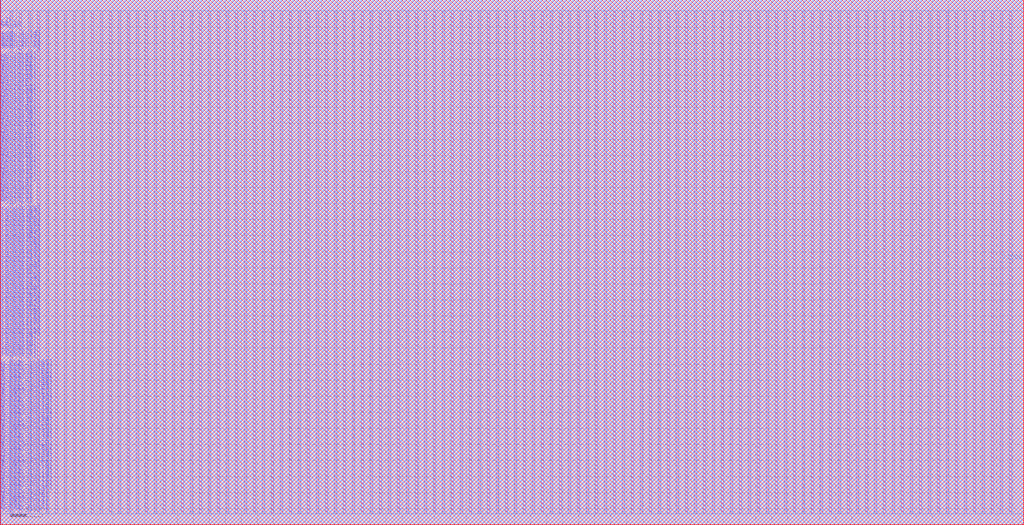
<source format=lef>
VERSION 5.7 ;
BUSBITCHARS "[]" ;
MACRO fakeram65_128x66
  FOREIGN fakeram65_128x66 0 0 ;
  SYMMETRY X Y R90 ;
  SIZE 127.400 BY 65.400 ;
  CLASS BLOCK ;
  PIN w_mask_in[0]
    DIRECTION INPUT ;
    USE SIGNAL ;
    SHAPE ABUTMENT ;
    PORT
      LAYER M3 ;
      RECT 0.000 1.365 0.070 1.435 ;
    END
  END w_mask_in[0]
  PIN w_mask_in[1]
    DIRECTION INPUT ;
    USE SIGNAL ;
    SHAPE ABUTMENT ;
    PORT
      LAYER M3 ;
      RECT 0.000 1.645 0.070 1.715 ;
    END
  END w_mask_in[1]
  PIN w_mask_in[2]
    DIRECTION INPUT ;
    USE SIGNAL ;
    SHAPE ABUTMENT ;
    PORT
      LAYER M3 ;
      RECT 0.000 1.925 0.070 1.995 ;
    END
  END w_mask_in[2]
  PIN w_mask_in[3]
    DIRECTION INPUT ;
    USE SIGNAL ;
    SHAPE ABUTMENT ;
    PORT
      LAYER M3 ;
      RECT 0.000 2.205 0.070 2.275 ;
    END
  END w_mask_in[3]
  PIN w_mask_in[4]
    DIRECTION INPUT ;
    USE SIGNAL ;
    SHAPE ABUTMENT ;
    PORT
      LAYER M3 ;
      RECT 0.000 2.485 0.070 2.555 ;
    END
  END w_mask_in[4]
  PIN w_mask_in[5]
    DIRECTION INPUT ;
    USE SIGNAL ;
    SHAPE ABUTMENT ;
    PORT
      LAYER M3 ;
      RECT 0.000 2.765 0.070 2.835 ;
    END
  END w_mask_in[5]
  PIN w_mask_in[6]
    DIRECTION INPUT ;
    USE SIGNAL ;
    SHAPE ABUTMENT ;
    PORT
      LAYER M3 ;
      RECT 0.000 3.045 0.070 3.115 ;
    END
  END w_mask_in[6]
  PIN w_mask_in[7]
    DIRECTION INPUT ;
    USE SIGNAL ;
    SHAPE ABUTMENT ;
    PORT
      LAYER M3 ;
      RECT 0.000 3.325 0.070 3.395 ;
    END
  END w_mask_in[7]
  PIN w_mask_in[8]
    DIRECTION INPUT ;
    USE SIGNAL ;
    SHAPE ABUTMENT ;
    PORT
      LAYER M3 ;
      RECT 0.000 3.605 0.070 3.675 ;
    END
  END w_mask_in[8]
  PIN w_mask_in[9]
    DIRECTION INPUT ;
    USE SIGNAL ;
    SHAPE ABUTMENT ;
    PORT
      LAYER M3 ;
      RECT 0.000 3.885 0.070 3.955 ;
    END
  END w_mask_in[9]
  PIN w_mask_in[10]
    DIRECTION INPUT ;
    USE SIGNAL ;
    SHAPE ABUTMENT ;
    PORT
      LAYER M3 ;
      RECT 0.000 4.165 0.070 4.235 ;
    END
  END w_mask_in[10]
  PIN w_mask_in[11]
    DIRECTION INPUT ;
    USE SIGNAL ;
    SHAPE ABUTMENT ;
    PORT
      LAYER M3 ;
      RECT 0.000 4.445 0.070 4.515 ;
    END
  END w_mask_in[11]
  PIN w_mask_in[12]
    DIRECTION INPUT ;
    USE SIGNAL ;
    SHAPE ABUTMENT ;
    PORT
      LAYER M3 ;
      RECT 0.000 4.725 0.070 4.795 ;
    END
  END w_mask_in[12]
  PIN w_mask_in[13]
    DIRECTION INPUT ;
    USE SIGNAL ;
    SHAPE ABUTMENT ;
    PORT
      LAYER M3 ;
      RECT 0.000 5.005 0.070 5.075 ;
    END
  END w_mask_in[13]
  PIN w_mask_in[14]
    DIRECTION INPUT ;
    USE SIGNAL ;
    SHAPE ABUTMENT ;
    PORT
      LAYER M3 ;
      RECT 0.000 5.285 0.070 5.355 ;
    END
  END w_mask_in[14]
  PIN w_mask_in[15]
    DIRECTION INPUT ;
    USE SIGNAL ;
    SHAPE ABUTMENT ;
    PORT
      LAYER M3 ;
      RECT 0.000 5.565 0.070 5.635 ;
    END
  END w_mask_in[15]
  PIN w_mask_in[16]
    DIRECTION INPUT ;
    USE SIGNAL ;
    SHAPE ABUTMENT ;
    PORT
      LAYER M3 ;
      RECT 0.000 5.845 0.070 5.915 ;
    END
  END w_mask_in[16]
  PIN w_mask_in[17]
    DIRECTION INPUT ;
    USE SIGNAL ;
    SHAPE ABUTMENT ;
    PORT
      LAYER M3 ;
      RECT 0.000 6.125 0.070 6.195 ;
    END
  END w_mask_in[17]
  PIN w_mask_in[18]
    DIRECTION INPUT ;
    USE SIGNAL ;
    SHAPE ABUTMENT ;
    PORT
      LAYER M3 ;
      RECT 0.000 6.405 0.070 6.475 ;
    END
  END w_mask_in[18]
  PIN w_mask_in[19]
    DIRECTION INPUT ;
    USE SIGNAL ;
    SHAPE ABUTMENT ;
    PORT
      LAYER M3 ;
      RECT 0.000 6.685 0.070 6.755 ;
    END
  END w_mask_in[19]
  PIN w_mask_in[20]
    DIRECTION INPUT ;
    USE SIGNAL ;
    SHAPE ABUTMENT ;
    PORT
      LAYER M3 ;
      RECT 0.000 6.965 0.070 7.035 ;
    END
  END w_mask_in[20]
  PIN w_mask_in[21]
    DIRECTION INPUT ;
    USE SIGNAL ;
    SHAPE ABUTMENT ;
    PORT
      LAYER M3 ;
      RECT 0.000 7.245 0.070 7.315 ;
    END
  END w_mask_in[21]
  PIN w_mask_in[22]
    DIRECTION INPUT ;
    USE SIGNAL ;
    SHAPE ABUTMENT ;
    PORT
      LAYER M3 ;
      RECT 0.000 7.525 0.070 7.595 ;
    END
  END w_mask_in[22]
  PIN w_mask_in[23]
    DIRECTION INPUT ;
    USE SIGNAL ;
    SHAPE ABUTMENT ;
    PORT
      LAYER M3 ;
      RECT 0.000 7.805 0.070 7.875 ;
    END
  END w_mask_in[23]
  PIN w_mask_in[24]
    DIRECTION INPUT ;
    USE SIGNAL ;
    SHAPE ABUTMENT ;
    PORT
      LAYER M3 ;
      RECT 0.000 8.085 0.070 8.155 ;
    END
  END w_mask_in[24]
  PIN w_mask_in[25]
    DIRECTION INPUT ;
    USE SIGNAL ;
    SHAPE ABUTMENT ;
    PORT
      LAYER M3 ;
      RECT 0.000 8.365 0.070 8.435 ;
    END
  END w_mask_in[25]
  PIN w_mask_in[26]
    DIRECTION INPUT ;
    USE SIGNAL ;
    SHAPE ABUTMENT ;
    PORT
      LAYER M3 ;
      RECT 0.000 8.645 0.070 8.715 ;
    END
  END w_mask_in[26]
  PIN w_mask_in[27]
    DIRECTION INPUT ;
    USE SIGNAL ;
    SHAPE ABUTMENT ;
    PORT
      LAYER M3 ;
      RECT 0.000 8.925 0.070 8.995 ;
    END
  END w_mask_in[27]
  PIN w_mask_in[28]
    DIRECTION INPUT ;
    USE SIGNAL ;
    SHAPE ABUTMENT ;
    PORT
      LAYER M3 ;
      RECT 0.000 9.205 0.070 9.275 ;
    END
  END w_mask_in[28]
  PIN w_mask_in[29]
    DIRECTION INPUT ;
    USE SIGNAL ;
    SHAPE ABUTMENT ;
    PORT
      LAYER M3 ;
      RECT 0.000 9.485 0.070 9.555 ;
    END
  END w_mask_in[29]
  PIN w_mask_in[30]
    DIRECTION INPUT ;
    USE SIGNAL ;
    SHAPE ABUTMENT ;
    PORT
      LAYER M3 ;
      RECT 0.000 9.765 0.070 9.835 ;
    END
  END w_mask_in[30]
  PIN w_mask_in[31]
    DIRECTION INPUT ;
    USE SIGNAL ;
    SHAPE ABUTMENT ;
    PORT
      LAYER M3 ;
      RECT 0.000 10.045 0.070 10.115 ;
    END
  END w_mask_in[31]
  PIN w_mask_in[32]
    DIRECTION INPUT ;
    USE SIGNAL ;
    SHAPE ABUTMENT ;
    PORT
      LAYER M3 ;
      RECT 0.000 10.325 0.070 10.395 ;
    END
  END w_mask_in[32]
  PIN w_mask_in[33]
    DIRECTION INPUT ;
    USE SIGNAL ;
    SHAPE ABUTMENT ;
    PORT
      LAYER M3 ;
      RECT 0.000 10.605 0.070 10.675 ;
    END
  END w_mask_in[33]
  PIN w_mask_in[34]
    DIRECTION INPUT ;
    USE SIGNAL ;
    SHAPE ABUTMENT ;
    PORT
      LAYER M3 ;
      RECT 0.000 10.885 0.070 10.955 ;
    END
  END w_mask_in[34]
  PIN w_mask_in[35]
    DIRECTION INPUT ;
    USE SIGNAL ;
    SHAPE ABUTMENT ;
    PORT
      LAYER M3 ;
      RECT 0.000 11.165 0.070 11.235 ;
    END
  END w_mask_in[35]
  PIN w_mask_in[36]
    DIRECTION INPUT ;
    USE SIGNAL ;
    SHAPE ABUTMENT ;
    PORT
      LAYER M3 ;
      RECT 0.000 11.445 0.070 11.515 ;
    END
  END w_mask_in[36]
  PIN w_mask_in[37]
    DIRECTION INPUT ;
    USE SIGNAL ;
    SHAPE ABUTMENT ;
    PORT
      LAYER M3 ;
      RECT 0.000 11.725 0.070 11.795 ;
    END
  END w_mask_in[37]
  PIN w_mask_in[38]
    DIRECTION INPUT ;
    USE SIGNAL ;
    SHAPE ABUTMENT ;
    PORT
      LAYER M3 ;
      RECT 0.000 12.005 0.070 12.075 ;
    END
  END w_mask_in[38]
  PIN w_mask_in[39]
    DIRECTION INPUT ;
    USE SIGNAL ;
    SHAPE ABUTMENT ;
    PORT
      LAYER M3 ;
      RECT 0.000 12.285 0.070 12.355 ;
    END
  END w_mask_in[39]
  PIN w_mask_in[40]
    DIRECTION INPUT ;
    USE SIGNAL ;
    SHAPE ABUTMENT ;
    PORT
      LAYER M3 ;
      RECT 0.000 12.565 0.070 12.635 ;
    END
  END w_mask_in[40]
  PIN w_mask_in[41]
    DIRECTION INPUT ;
    USE SIGNAL ;
    SHAPE ABUTMENT ;
    PORT
      LAYER M3 ;
      RECT 0.000 12.845 0.070 12.915 ;
    END
  END w_mask_in[41]
  PIN w_mask_in[42]
    DIRECTION INPUT ;
    USE SIGNAL ;
    SHAPE ABUTMENT ;
    PORT
      LAYER M3 ;
      RECT 0.000 13.125 0.070 13.195 ;
    END
  END w_mask_in[42]
  PIN w_mask_in[43]
    DIRECTION INPUT ;
    USE SIGNAL ;
    SHAPE ABUTMENT ;
    PORT
      LAYER M3 ;
      RECT 0.000 13.405 0.070 13.475 ;
    END
  END w_mask_in[43]
  PIN w_mask_in[44]
    DIRECTION INPUT ;
    USE SIGNAL ;
    SHAPE ABUTMENT ;
    PORT
      LAYER M3 ;
      RECT 0.000 13.685 0.070 13.755 ;
    END
  END w_mask_in[44]
  PIN w_mask_in[45]
    DIRECTION INPUT ;
    USE SIGNAL ;
    SHAPE ABUTMENT ;
    PORT
      LAYER M3 ;
      RECT 0.000 13.965 0.070 14.035 ;
    END
  END w_mask_in[45]
  PIN w_mask_in[46]
    DIRECTION INPUT ;
    USE SIGNAL ;
    SHAPE ABUTMENT ;
    PORT
      LAYER M3 ;
      RECT 0.000 14.245 0.070 14.315 ;
    END
  END w_mask_in[46]
  PIN w_mask_in[47]
    DIRECTION INPUT ;
    USE SIGNAL ;
    SHAPE ABUTMENT ;
    PORT
      LAYER M3 ;
      RECT 0.000 14.525 0.070 14.595 ;
    END
  END w_mask_in[47]
  PIN w_mask_in[48]
    DIRECTION INPUT ;
    USE SIGNAL ;
    SHAPE ABUTMENT ;
    PORT
      LAYER M3 ;
      RECT 0.000 14.805 0.070 14.875 ;
    END
  END w_mask_in[48]
  PIN w_mask_in[49]
    DIRECTION INPUT ;
    USE SIGNAL ;
    SHAPE ABUTMENT ;
    PORT
      LAYER M3 ;
      RECT 0.000 15.085 0.070 15.155 ;
    END
  END w_mask_in[49]
  PIN w_mask_in[50]
    DIRECTION INPUT ;
    USE SIGNAL ;
    SHAPE ABUTMENT ;
    PORT
      LAYER M3 ;
      RECT 0.000 15.365 0.070 15.435 ;
    END
  END w_mask_in[50]
  PIN w_mask_in[51]
    DIRECTION INPUT ;
    USE SIGNAL ;
    SHAPE ABUTMENT ;
    PORT
      LAYER M3 ;
      RECT 0.000 15.645 0.070 15.715 ;
    END
  END w_mask_in[51]
  PIN w_mask_in[52]
    DIRECTION INPUT ;
    USE SIGNAL ;
    SHAPE ABUTMENT ;
    PORT
      LAYER M3 ;
      RECT 0.000 15.925 0.070 15.995 ;
    END
  END w_mask_in[52]
  PIN w_mask_in[53]
    DIRECTION INPUT ;
    USE SIGNAL ;
    SHAPE ABUTMENT ;
    PORT
      LAYER M3 ;
      RECT 0.000 16.205 0.070 16.275 ;
    END
  END w_mask_in[53]
  PIN w_mask_in[54]
    DIRECTION INPUT ;
    USE SIGNAL ;
    SHAPE ABUTMENT ;
    PORT
      LAYER M3 ;
      RECT 0.000 16.485 0.070 16.555 ;
    END
  END w_mask_in[54]
  PIN w_mask_in[55]
    DIRECTION INPUT ;
    USE SIGNAL ;
    SHAPE ABUTMENT ;
    PORT
      LAYER M3 ;
      RECT 0.000 16.765 0.070 16.835 ;
    END
  END w_mask_in[55]
  PIN w_mask_in[56]
    DIRECTION INPUT ;
    USE SIGNAL ;
    SHAPE ABUTMENT ;
    PORT
      LAYER M3 ;
      RECT 0.000 17.045 0.070 17.115 ;
    END
  END w_mask_in[56]
  PIN w_mask_in[57]
    DIRECTION INPUT ;
    USE SIGNAL ;
    SHAPE ABUTMENT ;
    PORT
      LAYER M3 ;
      RECT 0.000 17.325 0.070 17.395 ;
    END
  END w_mask_in[57]
  PIN w_mask_in[58]
    DIRECTION INPUT ;
    USE SIGNAL ;
    SHAPE ABUTMENT ;
    PORT
      LAYER M3 ;
      RECT 0.000 17.605 0.070 17.675 ;
    END
  END w_mask_in[58]
  PIN w_mask_in[59]
    DIRECTION INPUT ;
    USE SIGNAL ;
    SHAPE ABUTMENT ;
    PORT
      LAYER M3 ;
      RECT 0.000 17.885 0.070 17.955 ;
    END
  END w_mask_in[59]
  PIN w_mask_in[60]
    DIRECTION INPUT ;
    USE SIGNAL ;
    SHAPE ABUTMENT ;
    PORT
      LAYER M3 ;
      RECT 0.000 18.165 0.070 18.235 ;
    END
  END w_mask_in[60]
  PIN w_mask_in[61]
    DIRECTION INPUT ;
    USE SIGNAL ;
    SHAPE ABUTMENT ;
    PORT
      LAYER M3 ;
      RECT 0.000 18.445 0.070 18.515 ;
    END
  END w_mask_in[61]
  PIN w_mask_in[62]
    DIRECTION INPUT ;
    USE SIGNAL ;
    SHAPE ABUTMENT ;
    PORT
      LAYER M3 ;
      RECT 0.000 18.725 0.070 18.795 ;
    END
  END w_mask_in[62]
  PIN w_mask_in[63]
    DIRECTION INPUT ;
    USE SIGNAL ;
    SHAPE ABUTMENT ;
    PORT
      LAYER M3 ;
      RECT 0.000 19.005 0.070 19.075 ;
    END
  END w_mask_in[63]
  PIN w_mask_in[64]
    DIRECTION INPUT ;
    USE SIGNAL ;
    SHAPE ABUTMENT ;
    PORT
      LAYER M3 ;
      RECT 0.000 19.285 0.070 19.355 ;
    END
  END w_mask_in[64]
  PIN w_mask_in[65]
    DIRECTION INPUT ;
    USE SIGNAL ;
    SHAPE ABUTMENT ;
    PORT
      LAYER M3 ;
      RECT 0.000 19.565 0.070 19.635 ;
    END
  END w_mask_in[65]
  PIN rd_out[0]
    DIRECTION OUTPUT ;
    USE SIGNAL ;
    SHAPE ABUTMENT ;
    PORT
      LAYER M3 ;
      RECT 0.000 20.545 0.070 20.615 ;
    END
  END rd_out[0]
  PIN rd_out[1]
    DIRECTION OUTPUT ;
    USE SIGNAL ;
    SHAPE ABUTMENT ;
    PORT
      LAYER M3 ;
      RECT 0.000 20.825 0.070 20.895 ;
    END
  END rd_out[1]
  PIN rd_out[2]
    DIRECTION OUTPUT ;
    USE SIGNAL ;
    SHAPE ABUTMENT ;
    PORT
      LAYER M3 ;
      RECT 0.000 21.105 0.070 21.175 ;
    END
  END rd_out[2]
  PIN rd_out[3]
    DIRECTION OUTPUT ;
    USE SIGNAL ;
    SHAPE ABUTMENT ;
    PORT
      LAYER M3 ;
      RECT 0.000 21.385 0.070 21.455 ;
    END
  END rd_out[3]
  PIN rd_out[4]
    DIRECTION OUTPUT ;
    USE SIGNAL ;
    SHAPE ABUTMENT ;
    PORT
      LAYER M3 ;
      RECT 0.000 21.665 0.070 21.735 ;
    END
  END rd_out[4]
  PIN rd_out[5]
    DIRECTION OUTPUT ;
    USE SIGNAL ;
    SHAPE ABUTMENT ;
    PORT
      LAYER M3 ;
      RECT 0.000 21.945 0.070 22.015 ;
    END
  END rd_out[5]
  PIN rd_out[6]
    DIRECTION OUTPUT ;
    USE SIGNAL ;
    SHAPE ABUTMENT ;
    PORT
      LAYER M3 ;
      RECT 0.000 22.225 0.070 22.295 ;
    END
  END rd_out[6]
  PIN rd_out[7]
    DIRECTION OUTPUT ;
    USE SIGNAL ;
    SHAPE ABUTMENT ;
    PORT
      LAYER M3 ;
      RECT 0.000 22.505 0.070 22.575 ;
    END
  END rd_out[7]
  PIN rd_out[8]
    DIRECTION OUTPUT ;
    USE SIGNAL ;
    SHAPE ABUTMENT ;
    PORT
      LAYER M3 ;
      RECT 0.000 22.785 0.070 22.855 ;
    END
  END rd_out[8]
  PIN rd_out[9]
    DIRECTION OUTPUT ;
    USE SIGNAL ;
    SHAPE ABUTMENT ;
    PORT
      LAYER M3 ;
      RECT 0.000 23.065 0.070 23.135 ;
    END
  END rd_out[9]
  PIN rd_out[10]
    DIRECTION OUTPUT ;
    USE SIGNAL ;
    SHAPE ABUTMENT ;
    PORT
      LAYER M3 ;
      RECT 0.000 23.345 0.070 23.415 ;
    END
  END rd_out[10]
  PIN rd_out[11]
    DIRECTION OUTPUT ;
    USE SIGNAL ;
    SHAPE ABUTMENT ;
    PORT
      LAYER M3 ;
      RECT 0.000 23.625 0.070 23.695 ;
    END
  END rd_out[11]
  PIN rd_out[12]
    DIRECTION OUTPUT ;
    USE SIGNAL ;
    SHAPE ABUTMENT ;
    PORT
      LAYER M3 ;
      RECT 0.000 23.905 0.070 23.975 ;
    END
  END rd_out[12]
  PIN rd_out[13]
    DIRECTION OUTPUT ;
    USE SIGNAL ;
    SHAPE ABUTMENT ;
    PORT
      LAYER M3 ;
      RECT 0.000 24.185 0.070 24.255 ;
    END
  END rd_out[13]
  PIN rd_out[14]
    DIRECTION OUTPUT ;
    USE SIGNAL ;
    SHAPE ABUTMENT ;
    PORT
      LAYER M3 ;
      RECT 0.000 24.465 0.070 24.535 ;
    END
  END rd_out[14]
  PIN rd_out[15]
    DIRECTION OUTPUT ;
    USE SIGNAL ;
    SHAPE ABUTMENT ;
    PORT
      LAYER M3 ;
      RECT 0.000 24.745 0.070 24.815 ;
    END
  END rd_out[15]
  PIN rd_out[16]
    DIRECTION OUTPUT ;
    USE SIGNAL ;
    SHAPE ABUTMENT ;
    PORT
      LAYER M3 ;
      RECT 0.000 25.025 0.070 25.095 ;
    END
  END rd_out[16]
  PIN rd_out[17]
    DIRECTION OUTPUT ;
    USE SIGNAL ;
    SHAPE ABUTMENT ;
    PORT
      LAYER M3 ;
      RECT 0.000 25.305 0.070 25.375 ;
    END
  END rd_out[17]
  PIN rd_out[18]
    DIRECTION OUTPUT ;
    USE SIGNAL ;
    SHAPE ABUTMENT ;
    PORT
      LAYER M3 ;
      RECT 0.000 25.585 0.070 25.655 ;
    END
  END rd_out[18]
  PIN rd_out[19]
    DIRECTION OUTPUT ;
    USE SIGNAL ;
    SHAPE ABUTMENT ;
    PORT
      LAYER M3 ;
      RECT 0.000 25.865 0.070 25.935 ;
    END
  END rd_out[19]
  PIN rd_out[20]
    DIRECTION OUTPUT ;
    USE SIGNAL ;
    SHAPE ABUTMENT ;
    PORT
      LAYER M3 ;
      RECT 0.000 26.145 0.070 26.215 ;
    END
  END rd_out[20]
  PIN rd_out[21]
    DIRECTION OUTPUT ;
    USE SIGNAL ;
    SHAPE ABUTMENT ;
    PORT
      LAYER M3 ;
      RECT 0.000 26.425 0.070 26.495 ;
    END
  END rd_out[21]
  PIN rd_out[22]
    DIRECTION OUTPUT ;
    USE SIGNAL ;
    SHAPE ABUTMENT ;
    PORT
      LAYER M3 ;
      RECT 0.000 26.705 0.070 26.775 ;
    END
  END rd_out[22]
  PIN rd_out[23]
    DIRECTION OUTPUT ;
    USE SIGNAL ;
    SHAPE ABUTMENT ;
    PORT
      LAYER M3 ;
      RECT 0.000 26.985 0.070 27.055 ;
    END
  END rd_out[23]
  PIN rd_out[24]
    DIRECTION OUTPUT ;
    USE SIGNAL ;
    SHAPE ABUTMENT ;
    PORT
      LAYER M3 ;
      RECT 0.000 27.265 0.070 27.335 ;
    END
  END rd_out[24]
  PIN rd_out[25]
    DIRECTION OUTPUT ;
    USE SIGNAL ;
    SHAPE ABUTMENT ;
    PORT
      LAYER M3 ;
      RECT 0.000 27.545 0.070 27.615 ;
    END
  END rd_out[25]
  PIN rd_out[26]
    DIRECTION OUTPUT ;
    USE SIGNAL ;
    SHAPE ABUTMENT ;
    PORT
      LAYER M3 ;
      RECT 0.000 27.825 0.070 27.895 ;
    END
  END rd_out[26]
  PIN rd_out[27]
    DIRECTION OUTPUT ;
    USE SIGNAL ;
    SHAPE ABUTMENT ;
    PORT
      LAYER M3 ;
      RECT 0.000 28.105 0.070 28.175 ;
    END
  END rd_out[27]
  PIN rd_out[28]
    DIRECTION OUTPUT ;
    USE SIGNAL ;
    SHAPE ABUTMENT ;
    PORT
      LAYER M3 ;
      RECT 0.000 28.385 0.070 28.455 ;
    END
  END rd_out[28]
  PIN rd_out[29]
    DIRECTION OUTPUT ;
    USE SIGNAL ;
    SHAPE ABUTMENT ;
    PORT
      LAYER M3 ;
      RECT 0.000 28.665 0.070 28.735 ;
    END
  END rd_out[29]
  PIN rd_out[30]
    DIRECTION OUTPUT ;
    USE SIGNAL ;
    SHAPE ABUTMENT ;
    PORT
      LAYER M3 ;
      RECT 0.000 28.945 0.070 29.015 ;
    END
  END rd_out[30]
  PIN rd_out[31]
    DIRECTION OUTPUT ;
    USE SIGNAL ;
    SHAPE ABUTMENT ;
    PORT
      LAYER M3 ;
      RECT 0.000 29.225 0.070 29.295 ;
    END
  END rd_out[31]
  PIN rd_out[32]
    DIRECTION OUTPUT ;
    USE SIGNAL ;
    SHAPE ABUTMENT ;
    PORT
      LAYER M3 ;
      RECT 0.000 29.505 0.070 29.575 ;
    END
  END rd_out[32]
  PIN rd_out[33]
    DIRECTION OUTPUT ;
    USE SIGNAL ;
    SHAPE ABUTMENT ;
    PORT
      LAYER M3 ;
      RECT 0.000 29.785 0.070 29.855 ;
    END
  END rd_out[33]
  PIN rd_out[34]
    DIRECTION OUTPUT ;
    USE SIGNAL ;
    SHAPE ABUTMENT ;
    PORT
      LAYER M3 ;
      RECT 0.000 30.065 0.070 30.135 ;
    END
  END rd_out[34]
  PIN rd_out[35]
    DIRECTION OUTPUT ;
    USE SIGNAL ;
    SHAPE ABUTMENT ;
    PORT
      LAYER M3 ;
      RECT 0.000 30.345 0.070 30.415 ;
    END
  END rd_out[35]
  PIN rd_out[36]
    DIRECTION OUTPUT ;
    USE SIGNAL ;
    SHAPE ABUTMENT ;
    PORT
      LAYER M3 ;
      RECT 0.000 30.625 0.070 30.695 ;
    END
  END rd_out[36]
  PIN rd_out[37]
    DIRECTION OUTPUT ;
    USE SIGNAL ;
    SHAPE ABUTMENT ;
    PORT
      LAYER M3 ;
      RECT 0.000 30.905 0.070 30.975 ;
    END
  END rd_out[37]
  PIN rd_out[38]
    DIRECTION OUTPUT ;
    USE SIGNAL ;
    SHAPE ABUTMENT ;
    PORT
      LAYER M3 ;
      RECT 0.000 31.185 0.070 31.255 ;
    END
  END rd_out[38]
  PIN rd_out[39]
    DIRECTION OUTPUT ;
    USE SIGNAL ;
    SHAPE ABUTMENT ;
    PORT
      LAYER M3 ;
      RECT 0.000 31.465 0.070 31.535 ;
    END
  END rd_out[39]
  PIN rd_out[40]
    DIRECTION OUTPUT ;
    USE SIGNAL ;
    SHAPE ABUTMENT ;
    PORT
      LAYER M3 ;
      RECT 0.000 31.745 0.070 31.815 ;
    END
  END rd_out[40]
  PIN rd_out[41]
    DIRECTION OUTPUT ;
    USE SIGNAL ;
    SHAPE ABUTMENT ;
    PORT
      LAYER M3 ;
      RECT 0.000 32.025 0.070 32.095 ;
    END
  END rd_out[41]
  PIN rd_out[42]
    DIRECTION OUTPUT ;
    USE SIGNAL ;
    SHAPE ABUTMENT ;
    PORT
      LAYER M3 ;
      RECT 0.000 32.305 0.070 32.375 ;
    END
  END rd_out[42]
  PIN rd_out[43]
    DIRECTION OUTPUT ;
    USE SIGNAL ;
    SHAPE ABUTMENT ;
    PORT
      LAYER M3 ;
      RECT 0.000 32.585 0.070 32.655 ;
    END
  END rd_out[43]
  PIN rd_out[44]
    DIRECTION OUTPUT ;
    USE SIGNAL ;
    SHAPE ABUTMENT ;
    PORT
      LAYER M3 ;
      RECT 0.000 32.865 0.070 32.935 ;
    END
  END rd_out[44]
  PIN rd_out[45]
    DIRECTION OUTPUT ;
    USE SIGNAL ;
    SHAPE ABUTMENT ;
    PORT
      LAYER M3 ;
      RECT 0.000 33.145 0.070 33.215 ;
    END
  END rd_out[45]
  PIN rd_out[46]
    DIRECTION OUTPUT ;
    USE SIGNAL ;
    SHAPE ABUTMENT ;
    PORT
      LAYER M3 ;
      RECT 0.000 33.425 0.070 33.495 ;
    END
  END rd_out[46]
  PIN rd_out[47]
    DIRECTION OUTPUT ;
    USE SIGNAL ;
    SHAPE ABUTMENT ;
    PORT
      LAYER M3 ;
      RECT 0.000 33.705 0.070 33.775 ;
    END
  END rd_out[47]
  PIN rd_out[48]
    DIRECTION OUTPUT ;
    USE SIGNAL ;
    SHAPE ABUTMENT ;
    PORT
      LAYER M3 ;
      RECT 0.000 33.985 0.070 34.055 ;
    END
  END rd_out[48]
  PIN rd_out[49]
    DIRECTION OUTPUT ;
    USE SIGNAL ;
    SHAPE ABUTMENT ;
    PORT
      LAYER M3 ;
      RECT 0.000 34.265 0.070 34.335 ;
    END
  END rd_out[49]
  PIN rd_out[50]
    DIRECTION OUTPUT ;
    USE SIGNAL ;
    SHAPE ABUTMENT ;
    PORT
      LAYER M3 ;
      RECT 0.000 34.545 0.070 34.615 ;
    END
  END rd_out[50]
  PIN rd_out[51]
    DIRECTION OUTPUT ;
    USE SIGNAL ;
    SHAPE ABUTMENT ;
    PORT
      LAYER M3 ;
      RECT 0.000 34.825 0.070 34.895 ;
    END
  END rd_out[51]
  PIN rd_out[52]
    DIRECTION OUTPUT ;
    USE SIGNAL ;
    SHAPE ABUTMENT ;
    PORT
      LAYER M3 ;
      RECT 0.000 35.105 0.070 35.175 ;
    END
  END rd_out[52]
  PIN rd_out[53]
    DIRECTION OUTPUT ;
    USE SIGNAL ;
    SHAPE ABUTMENT ;
    PORT
      LAYER M3 ;
      RECT 0.000 35.385 0.070 35.455 ;
    END
  END rd_out[53]
  PIN rd_out[54]
    DIRECTION OUTPUT ;
    USE SIGNAL ;
    SHAPE ABUTMENT ;
    PORT
      LAYER M3 ;
      RECT 0.000 35.665 0.070 35.735 ;
    END
  END rd_out[54]
  PIN rd_out[55]
    DIRECTION OUTPUT ;
    USE SIGNAL ;
    SHAPE ABUTMENT ;
    PORT
      LAYER M3 ;
      RECT 0.000 35.945 0.070 36.015 ;
    END
  END rd_out[55]
  PIN rd_out[56]
    DIRECTION OUTPUT ;
    USE SIGNAL ;
    SHAPE ABUTMENT ;
    PORT
      LAYER M3 ;
      RECT 0.000 36.225 0.070 36.295 ;
    END
  END rd_out[56]
  PIN rd_out[57]
    DIRECTION OUTPUT ;
    USE SIGNAL ;
    SHAPE ABUTMENT ;
    PORT
      LAYER M3 ;
      RECT 0.000 36.505 0.070 36.575 ;
    END
  END rd_out[57]
  PIN rd_out[58]
    DIRECTION OUTPUT ;
    USE SIGNAL ;
    SHAPE ABUTMENT ;
    PORT
      LAYER M3 ;
      RECT 0.000 36.785 0.070 36.855 ;
    END
  END rd_out[58]
  PIN rd_out[59]
    DIRECTION OUTPUT ;
    USE SIGNAL ;
    SHAPE ABUTMENT ;
    PORT
      LAYER M3 ;
      RECT 0.000 37.065 0.070 37.135 ;
    END
  END rd_out[59]
  PIN rd_out[60]
    DIRECTION OUTPUT ;
    USE SIGNAL ;
    SHAPE ABUTMENT ;
    PORT
      LAYER M3 ;
      RECT 0.000 37.345 0.070 37.415 ;
    END
  END rd_out[60]
  PIN rd_out[61]
    DIRECTION OUTPUT ;
    USE SIGNAL ;
    SHAPE ABUTMENT ;
    PORT
      LAYER M3 ;
      RECT 0.000 37.625 0.070 37.695 ;
    END
  END rd_out[61]
  PIN rd_out[62]
    DIRECTION OUTPUT ;
    USE SIGNAL ;
    SHAPE ABUTMENT ;
    PORT
      LAYER M3 ;
      RECT 0.000 37.905 0.070 37.975 ;
    END
  END rd_out[62]
  PIN rd_out[63]
    DIRECTION OUTPUT ;
    USE SIGNAL ;
    SHAPE ABUTMENT ;
    PORT
      LAYER M3 ;
      RECT 0.000 38.185 0.070 38.255 ;
    END
  END rd_out[63]
  PIN rd_out[64]
    DIRECTION OUTPUT ;
    USE SIGNAL ;
    SHAPE ABUTMENT ;
    PORT
      LAYER M3 ;
      RECT 0.000 38.465 0.070 38.535 ;
    END
  END rd_out[64]
  PIN rd_out[65]
    DIRECTION OUTPUT ;
    USE SIGNAL ;
    SHAPE ABUTMENT ;
    PORT
      LAYER M3 ;
      RECT 0.000 38.745 0.070 38.815 ;
    END
  END rd_out[65]
  PIN wd_in[0]
    DIRECTION INPUT ;
    USE SIGNAL ;
    SHAPE ABUTMENT ;
    PORT
      LAYER M3 ;
      RECT 0.000 39.725 0.070 39.795 ;
    END
  END wd_in[0]
  PIN wd_in[1]
    DIRECTION INPUT ;
    USE SIGNAL ;
    SHAPE ABUTMENT ;
    PORT
      LAYER M3 ;
      RECT 0.000 40.005 0.070 40.075 ;
    END
  END wd_in[1]
  PIN wd_in[2]
    DIRECTION INPUT ;
    USE SIGNAL ;
    SHAPE ABUTMENT ;
    PORT
      LAYER M3 ;
      RECT 0.000 40.285 0.070 40.355 ;
    END
  END wd_in[2]
  PIN wd_in[3]
    DIRECTION INPUT ;
    USE SIGNAL ;
    SHAPE ABUTMENT ;
    PORT
      LAYER M3 ;
      RECT 0.000 40.565 0.070 40.635 ;
    END
  END wd_in[3]
  PIN wd_in[4]
    DIRECTION INPUT ;
    USE SIGNAL ;
    SHAPE ABUTMENT ;
    PORT
      LAYER M3 ;
      RECT 0.000 40.845 0.070 40.915 ;
    END
  END wd_in[4]
  PIN wd_in[5]
    DIRECTION INPUT ;
    USE SIGNAL ;
    SHAPE ABUTMENT ;
    PORT
      LAYER M3 ;
      RECT 0.000 41.125 0.070 41.195 ;
    END
  END wd_in[5]
  PIN wd_in[6]
    DIRECTION INPUT ;
    USE SIGNAL ;
    SHAPE ABUTMENT ;
    PORT
      LAYER M3 ;
      RECT 0.000 41.405 0.070 41.475 ;
    END
  END wd_in[6]
  PIN wd_in[7]
    DIRECTION INPUT ;
    USE SIGNAL ;
    SHAPE ABUTMENT ;
    PORT
      LAYER M3 ;
      RECT 0.000 41.685 0.070 41.755 ;
    END
  END wd_in[7]
  PIN wd_in[8]
    DIRECTION INPUT ;
    USE SIGNAL ;
    SHAPE ABUTMENT ;
    PORT
      LAYER M3 ;
      RECT 0.000 41.965 0.070 42.035 ;
    END
  END wd_in[8]
  PIN wd_in[9]
    DIRECTION INPUT ;
    USE SIGNAL ;
    SHAPE ABUTMENT ;
    PORT
      LAYER M3 ;
      RECT 0.000 42.245 0.070 42.315 ;
    END
  END wd_in[9]
  PIN wd_in[10]
    DIRECTION INPUT ;
    USE SIGNAL ;
    SHAPE ABUTMENT ;
    PORT
      LAYER M3 ;
      RECT 0.000 42.525 0.070 42.595 ;
    END
  END wd_in[10]
  PIN wd_in[11]
    DIRECTION INPUT ;
    USE SIGNAL ;
    SHAPE ABUTMENT ;
    PORT
      LAYER M3 ;
      RECT 0.000 42.805 0.070 42.875 ;
    END
  END wd_in[11]
  PIN wd_in[12]
    DIRECTION INPUT ;
    USE SIGNAL ;
    SHAPE ABUTMENT ;
    PORT
      LAYER M3 ;
      RECT 0.000 43.085 0.070 43.155 ;
    END
  END wd_in[12]
  PIN wd_in[13]
    DIRECTION INPUT ;
    USE SIGNAL ;
    SHAPE ABUTMENT ;
    PORT
      LAYER M3 ;
      RECT 0.000 43.365 0.070 43.435 ;
    END
  END wd_in[13]
  PIN wd_in[14]
    DIRECTION INPUT ;
    USE SIGNAL ;
    SHAPE ABUTMENT ;
    PORT
      LAYER M3 ;
      RECT 0.000 43.645 0.070 43.715 ;
    END
  END wd_in[14]
  PIN wd_in[15]
    DIRECTION INPUT ;
    USE SIGNAL ;
    SHAPE ABUTMENT ;
    PORT
      LAYER M3 ;
      RECT 0.000 43.925 0.070 43.995 ;
    END
  END wd_in[15]
  PIN wd_in[16]
    DIRECTION INPUT ;
    USE SIGNAL ;
    SHAPE ABUTMENT ;
    PORT
      LAYER M3 ;
      RECT 0.000 44.205 0.070 44.275 ;
    END
  END wd_in[16]
  PIN wd_in[17]
    DIRECTION INPUT ;
    USE SIGNAL ;
    SHAPE ABUTMENT ;
    PORT
      LAYER M3 ;
      RECT 0.000 44.485 0.070 44.555 ;
    END
  END wd_in[17]
  PIN wd_in[18]
    DIRECTION INPUT ;
    USE SIGNAL ;
    SHAPE ABUTMENT ;
    PORT
      LAYER M3 ;
      RECT 0.000 44.765 0.070 44.835 ;
    END
  END wd_in[18]
  PIN wd_in[19]
    DIRECTION INPUT ;
    USE SIGNAL ;
    SHAPE ABUTMENT ;
    PORT
      LAYER M3 ;
      RECT 0.000 45.045 0.070 45.115 ;
    END
  END wd_in[19]
  PIN wd_in[20]
    DIRECTION INPUT ;
    USE SIGNAL ;
    SHAPE ABUTMENT ;
    PORT
      LAYER M3 ;
      RECT 0.000 45.325 0.070 45.395 ;
    END
  END wd_in[20]
  PIN wd_in[21]
    DIRECTION INPUT ;
    USE SIGNAL ;
    SHAPE ABUTMENT ;
    PORT
      LAYER M3 ;
      RECT 0.000 45.605 0.070 45.675 ;
    END
  END wd_in[21]
  PIN wd_in[22]
    DIRECTION INPUT ;
    USE SIGNAL ;
    SHAPE ABUTMENT ;
    PORT
      LAYER M3 ;
      RECT 0.000 45.885 0.070 45.955 ;
    END
  END wd_in[22]
  PIN wd_in[23]
    DIRECTION INPUT ;
    USE SIGNAL ;
    SHAPE ABUTMENT ;
    PORT
      LAYER M3 ;
      RECT 0.000 46.165 0.070 46.235 ;
    END
  END wd_in[23]
  PIN wd_in[24]
    DIRECTION INPUT ;
    USE SIGNAL ;
    SHAPE ABUTMENT ;
    PORT
      LAYER M3 ;
      RECT 0.000 46.445 0.070 46.515 ;
    END
  END wd_in[24]
  PIN wd_in[25]
    DIRECTION INPUT ;
    USE SIGNAL ;
    SHAPE ABUTMENT ;
    PORT
      LAYER M3 ;
      RECT 0.000 46.725 0.070 46.795 ;
    END
  END wd_in[25]
  PIN wd_in[26]
    DIRECTION INPUT ;
    USE SIGNAL ;
    SHAPE ABUTMENT ;
    PORT
      LAYER M3 ;
      RECT 0.000 47.005 0.070 47.075 ;
    END
  END wd_in[26]
  PIN wd_in[27]
    DIRECTION INPUT ;
    USE SIGNAL ;
    SHAPE ABUTMENT ;
    PORT
      LAYER M3 ;
      RECT 0.000 47.285 0.070 47.355 ;
    END
  END wd_in[27]
  PIN wd_in[28]
    DIRECTION INPUT ;
    USE SIGNAL ;
    SHAPE ABUTMENT ;
    PORT
      LAYER M3 ;
      RECT 0.000 47.565 0.070 47.635 ;
    END
  END wd_in[28]
  PIN wd_in[29]
    DIRECTION INPUT ;
    USE SIGNAL ;
    SHAPE ABUTMENT ;
    PORT
      LAYER M3 ;
      RECT 0.000 47.845 0.070 47.915 ;
    END
  END wd_in[29]
  PIN wd_in[30]
    DIRECTION INPUT ;
    USE SIGNAL ;
    SHAPE ABUTMENT ;
    PORT
      LAYER M3 ;
      RECT 0.000 48.125 0.070 48.195 ;
    END
  END wd_in[30]
  PIN wd_in[31]
    DIRECTION INPUT ;
    USE SIGNAL ;
    SHAPE ABUTMENT ;
    PORT
      LAYER M3 ;
      RECT 0.000 48.405 0.070 48.475 ;
    END
  END wd_in[31]
  PIN wd_in[32]
    DIRECTION INPUT ;
    USE SIGNAL ;
    SHAPE ABUTMENT ;
    PORT
      LAYER M3 ;
      RECT 0.000 48.685 0.070 48.755 ;
    END
  END wd_in[32]
  PIN wd_in[33]
    DIRECTION INPUT ;
    USE SIGNAL ;
    SHAPE ABUTMENT ;
    PORT
      LAYER M3 ;
      RECT 0.000 48.965 0.070 49.035 ;
    END
  END wd_in[33]
  PIN wd_in[34]
    DIRECTION INPUT ;
    USE SIGNAL ;
    SHAPE ABUTMENT ;
    PORT
      LAYER M3 ;
      RECT 0.000 49.245 0.070 49.315 ;
    END
  END wd_in[34]
  PIN wd_in[35]
    DIRECTION INPUT ;
    USE SIGNAL ;
    SHAPE ABUTMENT ;
    PORT
      LAYER M3 ;
      RECT 0.000 49.525 0.070 49.595 ;
    END
  END wd_in[35]
  PIN wd_in[36]
    DIRECTION INPUT ;
    USE SIGNAL ;
    SHAPE ABUTMENT ;
    PORT
      LAYER M3 ;
      RECT 0.000 49.805 0.070 49.875 ;
    END
  END wd_in[36]
  PIN wd_in[37]
    DIRECTION INPUT ;
    USE SIGNAL ;
    SHAPE ABUTMENT ;
    PORT
      LAYER M3 ;
      RECT 0.000 50.085 0.070 50.155 ;
    END
  END wd_in[37]
  PIN wd_in[38]
    DIRECTION INPUT ;
    USE SIGNAL ;
    SHAPE ABUTMENT ;
    PORT
      LAYER M3 ;
      RECT 0.000 50.365 0.070 50.435 ;
    END
  END wd_in[38]
  PIN wd_in[39]
    DIRECTION INPUT ;
    USE SIGNAL ;
    SHAPE ABUTMENT ;
    PORT
      LAYER M3 ;
      RECT 0.000 50.645 0.070 50.715 ;
    END
  END wd_in[39]
  PIN wd_in[40]
    DIRECTION INPUT ;
    USE SIGNAL ;
    SHAPE ABUTMENT ;
    PORT
      LAYER M3 ;
      RECT 0.000 50.925 0.070 50.995 ;
    END
  END wd_in[40]
  PIN wd_in[41]
    DIRECTION INPUT ;
    USE SIGNAL ;
    SHAPE ABUTMENT ;
    PORT
      LAYER M3 ;
      RECT 0.000 51.205 0.070 51.275 ;
    END
  END wd_in[41]
  PIN wd_in[42]
    DIRECTION INPUT ;
    USE SIGNAL ;
    SHAPE ABUTMENT ;
    PORT
      LAYER M3 ;
      RECT 0.000 51.485 0.070 51.555 ;
    END
  END wd_in[42]
  PIN wd_in[43]
    DIRECTION INPUT ;
    USE SIGNAL ;
    SHAPE ABUTMENT ;
    PORT
      LAYER M3 ;
      RECT 0.000 51.765 0.070 51.835 ;
    END
  END wd_in[43]
  PIN wd_in[44]
    DIRECTION INPUT ;
    USE SIGNAL ;
    SHAPE ABUTMENT ;
    PORT
      LAYER M3 ;
      RECT 0.000 52.045 0.070 52.115 ;
    END
  END wd_in[44]
  PIN wd_in[45]
    DIRECTION INPUT ;
    USE SIGNAL ;
    SHAPE ABUTMENT ;
    PORT
      LAYER M3 ;
      RECT 0.000 52.325 0.070 52.395 ;
    END
  END wd_in[45]
  PIN wd_in[46]
    DIRECTION INPUT ;
    USE SIGNAL ;
    SHAPE ABUTMENT ;
    PORT
      LAYER M3 ;
      RECT 0.000 52.605 0.070 52.675 ;
    END
  END wd_in[46]
  PIN wd_in[47]
    DIRECTION INPUT ;
    USE SIGNAL ;
    SHAPE ABUTMENT ;
    PORT
      LAYER M3 ;
      RECT 0.000 52.885 0.070 52.955 ;
    END
  END wd_in[47]
  PIN wd_in[48]
    DIRECTION INPUT ;
    USE SIGNAL ;
    SHAPE ABUTMENT ;
    PORT
      LAYER M3 ;
      RECT 0.000 53.165 0.070 53.235 ;
    END
  END wd_in[48]
  PIN wd_in[49]
    DIRECTION INPUT ;
    USE SIGNAL ;
    SHAPE ABUTMENT ;
    PORT
      LAYER M3 ;
      RECT 0.000 53.445 0.070 53.515 ;
    END
  END wd_in[49]
  PIN wd_in[50]
    DIRECTION INPUT ;
    USE SIGNAL ;
    SHAPE ABUTMENT ;
    PORT
      LAYER M3 ;
      RECT 0.000 53.725 0.070 53.795 ;
    END
  END wd_in[50]
  PIN wd_in[51]
    DIRECTION INPUT ;
    USE SIGNAL ;
    SHAPE ABUTMENT ;
    PORT
      LAYER M3 ;
      RECT 0.000 54.005 0.070 54.075 ;
    END
  END wd_in[51]
  PIN wd_in[52]
    DIRECTION INPUT ;
    USE SIGNAL ;
    SHAPE ABUTMENT ;
    PORT
      LAYER M3 ;
      RECT 0.000 54.285 0.070 54.355 ;
    END
  END wd_in[52]
  PIN wd_in[53]
    DIRECTION INPUT ;
    USE SIGNAL ;
    SHAPE ABUTMENT ;
    PORT
      LAYER M3 ;
      RECT 0.000 54.565 0.070 54.635 ;
    END
  END wd_in[53]
  PIN wd_in[54]
    DIRECTION INPUT ;
    USE SIGNAL ;
    SHAPE ABUTMENT ;
    PORT
      LAYER M3 ;
      RECT 0.000 54.845 0.070 54.915 ;
    END
  END wd_in[54]
  PIN wd_in[55]
    DIRECTION INPUT ;
    USE SIGNAL ;
    SHAPE ABUTMENT ;
    PORT
      LAYER M3 ;
      RECT 0.000 55.125 0.070 55.195 ;
    END
  END wd_in[55]
  PIN wd_in[56]
    DIRECTION INPUT ;
    USE SIGNAL ;
    SHAPE ABUTMENT ;
    PORT
      LAYER M3 ;
      RECT 0.000 55.405 0.070 55.475 ;
    END
  END wd_in[56]
  PIN wd_in[57]
    DIRECTION INPUT ;
    USE SIGNAL ;
    SHAPE ABUTMENT ;
    PORT
      LAYER M3 ;
      RECT 0.000 55.685 0.070 55.755 ;
    END
  END wd_in[57]
  PIN wd_in[58]
    DIRECTION INPUT ;
    USE SIGNAL ;
    SHAPE ABUTMENT ;
    PORT
      LAYER M3 ;
      RECT 0.000 55.965 0.070 56.035 ;
    END
  END wd_in[58]
  PIN wd_in[59]
    DIRECTION INPUT ;
    USE SIGNAL ;
    SHAPE ABUTMENT ;
    PORT
      LAYER M3 ;
      RECT 0.000 56.245 0.070 56.315 ;
    END
  END wd_in[59]
  PIN wd_in[60]
    DIRECTION INPUT ;
    USE SIGNAL ;
    SHAPE ABUTMENT ;
    PORT
      LAYER M3 ;
      RECT 0.000 56.525 0.070 56.595 ;
    END
  END wd_in[60]
  PIN wd_in[61]
    DIRECTION INPUT ;
    USE SIGNAL ;
    SHAPE ABUTMENT ;
    PORT
      LAYER M3 ;
      RECT 0.000 56.805 0.070 56.875 ;
    END
  END wd_in[61]
  PIN wd_in[62]
    DIRECTION INPUT ;
    USE SIGNAL ;
    SHAPE ABUTMENT ;
    PORT
      LAYER M3 ;
      RECT 0.000 57.085 0.070 57.155 ;
    END
  END wd_in[62]
  PIN wd_in[63]
    DIRECTION INPUT ;
    USE SIGNAL ;
    SHAPE ABUTMENT ;
    PORT
      LAYER M3 ;
      RECT 0.000 57.365 0.070 57.435 ;
    END
  END wd_in[63]
  PIN wd_in[64]
    DIRECTION INPUT ;
    USE SIGNAL ;
    SHAPE ABUTMENT ;
    PORT
      LAYER M3 ;
      RECT 0.000 57.645 0.070 57.715 ;
    END
  END wd_in[64]
  PIN wd_in[65]
    DIRECTION INPUT ;
    USE SIGNAL ;
    SHAPE ABUTMENT ;
    PORT
      LAYER M3 ;
      RECT 0.000 57.925 0.070 57.995 ;
    END
  END wd_in[65]
  PIN addr_in[0]
    DIRECTION INPUT ;
    USE SIGNAL ;
    SHAPE ABUTMENT ;
    PORT
      LAYER M3 ;
      RECT 0.000 58.905 0.070 58.975 ;
    END
  END addr_in[0]
  PIN addr_in[1]
    DIRECTION INPUT ;
    USE SIGNAL ;
    SHAPE ABUTMENT ;
    PORT
      LAYER M3 ;
      RECT 0.000 59.185 0.070 59.255 ;
    END
  END addr_in[1]
  PIN addr_in[2]
    DIRECTION INPUT ;
    USE SIGNAL ;
    SHAPE ABUTMENT ;
    PORT
      LAYER M3 ;
      RECT 0.000 59.465 0.070 59.535 ;
    END
  END addr_in[2]
  PIN addr_in[3]
    DIRECTION INPUT ;
    USE SIGNAL ;
    SHAPE ABUTMENT ;
    PORT
      LAYER M3 ;
      RECT 0.000 59.745 0.070 59.815 ;
    END
  END addr_in[3]
  PIN addr_in[4]
    DIRECTION INPUT ;
    USE SIGNAL ;
    SHAPE ABUTMENT ;
    PORT
      LAYER M3 ;
      RECT 0.000 60.025 0.070 60.095 ;
    END
  END addr_in[4]
  PIN addr_in[5]
    DIRECTION INPUT ;
    USE SIGNAL ;
    SHAPE ABUTMENT ;
    PORT
      LAYER M3 ;
      RECT 0.000 60.305 0.070 60.375 ;
    END
  END addr_in[5]
  PIN addr_in[6]
    DIRECTION INPUT ;
    USE SIGNAL ;
    SHAPE ABUTMENT ;
    PORT
      LAYER M3 ;
      RECT 0.000 60.585 0.070 60.655 ;
    END
  END addr_in[6]
  PIN we_in
    DIRECTION INPUT ;
    USE SIGNAL ;
    SHAPE ABUTMENT ;
    PORT
      LAYER M3 ;
      RECT 0.000 61.565 0.070 61.635 ;
    END
  END we_in
  PIN ce_in
    DIRECTION INPUT ;
    USE SIGNAL ;
    SHAPE ABUTMENT ;
    PORT
      LAYER M3 ;
      RECT 0.000 61.845 0.070 61.915 ;
    END
  END ce_in
  PIN clk
    DIRECTION INPUT ;
    USE SIGNAL ;
    SHAPE ABUTMENT ;
    PORT
      LAYER M3 ;
      RECT 0.000 62.125 0.070 62.195 ;
    END
  END clk
  PIN VSS
    DIRECTION INOUT ;
    USE GROUND ;
    PORT
      LAYER M4 ;
      RECT 1.260 1.400 1.540 64.000 ;
      RECT 3.500 1.400 3.780 64.000 ;
      RECT 5.740 1.400 6.020 64.000 ;
      RECT 7.980 1.400 8.260 64.000 ;
      RECT 10.220 1.400 10.500 64.000 ;
      RECT 12.460 1.400 12.740 64.000 ;
      RECT 14.700 1.400 14.980 64.000 ;
      RECT 16.940 1.400 17.220 64.000 ;
      RECT 19.180 1.400 19.460 64.000 ;
      RECT 21.420 1.400 21.700 64.000 ;
      RECT 23.660 1.400 23.940 64.000 ;
      RECT 25.900 1.400 26.180 64.000 ;
      RECT 28.140 1.400 28.420 64.000 ;
      RECT 30.380 1.400 30.660 64.000 ;
      RECT 32.620 1.400 32.900 64.000 ;
      RECT 34.860 1.400 35.140 64.000 ;
      RECT 37.100 1.400 37.380 64.000 ;
      RECT 39.340 1.400 39.620 64.000 ;
      RECT 41.580 1.400 41.860 64.000 ;
      RECT 43.820 1.400 44.100 64.000 ;
      RECT 46.060 1.400 46.340 64.000 ;
      RECT 48.300 1.400 48.580 64.000 ;
      RECT 50.540 1.400 50.820 64.000 ;
      RECT 52.780 1.400 53.060 64.000 ;
      RECT 55.020 1.400 55.300 64.000 ;
      RECT 57.260 1.400 57.540 64.000 ;
      RECT 59.500 1.400 59.780 64.000 ;
      RECT 61.740 1.400 62.020 64.000 ;
      RECT 63.980 1.400 64.260 64.000 ;
      RECT 66.220 1.400 66.500 64.000 ;
      RECT 68.460 1.400 68.740 64.000 ;
      RECT 70.700 1.400 70.980 64.000 ;
      RECT 72.940 1.400 73.220 64.000 ;
      RECT 75.180 1.400 75.460 64.000 ;
      RECT 77.420 1.400 77.700 64.000 ;
      RECT 79.660 1.400 79.940 64.000 ;
      RECT 81.900 1.400 82.180 64.000 ;
      RECT 84.140 1.400 84.420 64.000 ;
      RECT 86.380 1.400 86.660 64.000 ;
      RECT 88.620 1.400 88.900 64.000 ;
      RECT 90.860 1.400 91.140 64.000 ;
      RECT 93.100 1.400 93.380 64.000 ;
      RECT 95.340 1.400 95.620 64.000 ;
      RECT 97.580 1.400 97.860 64.000 ;
      RECT 99.820 1.400 100.100 64.000 ;
      RECT 102.060 1.400 102.340 64.000 ;
      RECT 104.300 1.400 104.580 64.000 ;
      RECT 106.540 1.400 106.820 64.000 ;
      RECT 108.780 1.400 109.060 64.000 ;
      RECT 111.020 1.400 111.300 64.000 ;
      RECT 113.260 1.400 113.540 64.000 ;
      RECT 115.500 1.400 115.780 64.000 ;
      RECT 117.740 1.400 118.020 64.000 ;
      RECT 119.980 1.400 120.260 64.000 ;
      RECT 122.220 1.400 122.500 64.000 ;
      RECT 124.460 1.400 124.740 64.000 ;
    END
  END VSS
  PIN VDD
    DIRECTION INOUT ;
    USE POWER ;
    PORT
      LAYER M4 ;
      RECT 2.380 1.400 2.660 64.000 ;
      RECT 4.620 1.400 4.900 64.000 ;
      RECT 6.860 1.400 7.140 64.000 ;
      RECT 9.100 1.400 9.380 64.000 ;
      RECT 11.340 1.400 11.620 64.000 ;
      RECT 13.580 1.400 13.860 64.000 ;
      RECT 15.820 1.400 16.100 64.000 ;
      RECT 18.060 1.400 18.340 64.000 ;
      RECT 20.300 1.400 20.580 64.000 ;
      RECT 22.540 1.400 22.820 64.000 ;
      RECT 24.780 1.400 25.060 64.000 ;
      RECT 27.020 1.400 27.300 64.000 ;
      RECT 29.260 1.400 29.540 64.000 ;
      RECT 31.500 1.400 31.780 64.000 ;
      RECT 33.740 1.400 34.020 64.000 ;
      RECT 35.980 1.400 36.260 64.000 ;
      RECT 38.220 1.400 38.500 64.000 ;
      RECT 40.460 1.400 40.740 64.000 ;
      RECT 42.700 1.400 42.980 64.000 ;
      RECT 44.940 1.400 45.220 64.000 ;
      RECT 47.180 1.400 47.460 64.000 ;
      RECT 49.420 1.400 49.700 64.000 ;
      RECT 51.660 1.400 51.940 64.000 ;
      RECT 53.900 1.400 54.180 64.000 ;
      RECT 56.140 1.400 56.420 64.000 ;
      RECT 58.380 1.400 58.660 64.000 ;
      RECT 60.620 1.400 60.900 64.000 ;
      RECT 62.860 1.400 63.140 64.000 ;
      RECT 65.100 1.400 65.380 64.000 ;
      RECT 67.340 1.400 67.620 64.000 ;
      RECT 69.580 1.400 69.860 64.000 ;
      RECT 71.820 1.400 72.100 64.000 ;
      RECT 74.060 1.400 74.340 64.000 ;
      RECT 76.300 1.400 76.580 64.000 ;
      RECT 78.540 1.400 78.820 64.000 ;
      RECT 80.780 1.400 81.060 64.000 ;
      RECT 83.020 1.400 83.300 64.000 ;
      RECT 85.260 1.400 85.540 64.000 ;
      RECT 87.500 1.400 87.780 64.000 ;
      RECT 89.740 1.400 90.020 64.000 ;
      RECT 91.980 1.400 92.260 64.000 ;
      RECT 94.220 1.400 94.500 64.000 ;
      RECT 96.460 1.400 96.740 64.000 ;
      RECT 98.700 1.400 98.980 64.000 ;
      RECT 100.940 1.400 101.220 64.000 ;
      RECT 103.180 1.400 103.460 64.000 ;
      RECT 105.420 1.400 105.700 64.000 ;
      RECT 107.660 1.400 107.940 64.000 ;
      RECT 109.900 1.400 110.180 64.000 ;
      RECT 112.140 1.400 112.420 64.000 ;
      RECT 114.380 1.400 114.660 64.000 ;
      RECT 116.620 1.400 116.900 64.000 ;
      RECT 118.860 1.400 119.140 64.000 ;
      RECT 121.100 1.400 121.380 64.000 ;
      RECT 123.340 1.400 123.620 64.000 ;
      RECT 125.580 1.400 125.860 64.000 ;
    END
  END VDD
  OBS
    LAYER M1 ;
    RECT 0 0 127.400 65.400 ;
    LAYER M2 ;
    RECT 0 0 127.400 65.400 ;
    LAYER M3 ;
    RECT 0.070 0 127.400 65.400 ;
    RECT 0 0.000 0.070 1.365 ;
    RECT 0 1.435 0.070 1.645 ;
    RECT 0 1.715 0.070 1.925 ;
    RECT 0 1.995 0.070 2.205 ;
    RECT 0 2.275 0.070 2.485 ;
    RECT 0 2.555 0.070 2.765 ;
    RECT 0 2.835 0.070 3.045 ;
    RECT 0 3.115 0.070 3.325 ;
    RECT 0 3.395 0.070 3.605 ;
    RECT 0 3.675 0.070 3.885 ;
    RECT 0 3.955 0.070 4.165 ;
    RECT 0 4.235 0.070 4.445 ;
    RECT 0 4.515 0.070 4.725 ;
    RECT 0 4.795 0.070 5.005 ;
    RECT 0 5.075 0.070 5.285 ;
    RECT 0 5.355 0.070 5.565 ;
    RECT 0 5.635 0.070 5.845 ;
    RECT 0 5.915 0.070 6.125 ;
    RECT 0 6.195 0.070 6.405 ;
    RECT 0 6.475 0.070 6.685 ;
    RECT 0 6.755 0.070 6.965 ;
    RECT 0 7.035 0.070 7.245 ;
    RECT 0 7.315 0.070 7.525 ;
    RECT 0 7.595 0.070 7.805 ;
    RECT 0 7.875 0.070 8.085 ;
    RECT 0 8.155 0.070 8.365 ;
    RECT 0 8.435 0.070 8.645 ;
    RECT 0 8.715 0.070 8.925 ;
    RECT 0 8.995 0.070 9.205 ;
    RECT 0 9.275 0.070 9.485 ;
    RECT 0 9.555 0.070 9.765 ;
    RECT 0 9.835 0.070 10.045 ;
    RECT 0 10.115 0.070 10.325 ;
    RECT 0 10.395 0.070 10.605 ;
    RECT 0 10.675 0.070 10.885 ;
    RECT 0 10.955 0.070 11.165 ;
    RECT 0 11.235 0.070 11.445 ;
    RECT 0 11.515 0.070 11.725 ;
    RECT 0 11.795 0.070 12.005 ;
    RECT 0 12.075 0.070 12.285 ;
    RECT 0 12.355 0.070 12.565 ;
    RECT 0 12.635 0.070 12.845 ;
    RECT 0 12.915 0.070 13.125 ;
    RECT 0 13.195 0.070 13.405 ;
    RECT 0 13.475 0.070 13.685 ;
    RECT 0 13.755 0.070 13.965 ;
    RECT 0 14.035 0.070 14.245 ;
    RECT 0 14.315 0.070 14.525 ;
    RECT 0 14.595 0.070 14.805 ;
    RECT 0 14.875 0.070 15.085 ;
    RECT 0 15.155 0.070 15.365 ;
    RECT 0 15.435 0.070 15.645 ;
    RECT 0 15.715 0.070 15.925 ;
    RECT 0 15.995 0.070 16.205 ;
    RECT 0 16.275 0.070 16.485 ;
    RECT 0 16.555 0.070 16.765 ;
    RECT 0 16.835 0.070 17.045 ;
    RECT 0 17.115 0.070 17.325 ;
    RECT 0 17.395 0.070 17.605 ;
    RECT 0 17.675 0.070 17.885 ;
    RECT 0 17.955 0.070 18.165 ;
    RECT 0 18.235 0.070 18.445 ;
    RECT 0 18.515 0.070 18.725 ;
    RECT 0 18.795 0.070 19.005 ;
    RECT 0 19.075 0.070 19.285 ;
    RECT 0 19.355 0.070 19.565 ;
    RECT 0 19.635 0.070 20.545 ;
    RECT 0 20.615 0.070 20.825 ;
    RECT 0 20.895 0.070 21.105 ;
    RECT 0 21.175 0.070 21.385 ;
    RECT 0 21.455 0.070 21.665 ;
    RECT 0 21.735 0.070 21.945 ;
    RECT 0 22.015 0.070 22.225 ;
    RECT 0 22.295 0.070 22.505 ;
    RECT 0 22.575 0.070 22.785 ;
    RECT 0 22.855 0.070 23.065 ;
    RECT 0 23.135 0.070 23.345 ;
    RECT 0 23.415 0.070 23.625 ;
    RECT 0 23.695 0.070 23.905 ;
    RECT 0 23.975 0.070 24.185 ;
    RECT 0 24.255 0.070 24.465 ;
    RECT 0 24.535 0.070 24.745 ;
    RECT 0 24.815 0.070 25.025 ;
    RECT 0 25.095 0.070 25.305 ;
    RECT 0 25.375 0.070 25.585 ;
    RECT 0 25.655 0.070 25.865 ;
    RECT 0 25.935 0.070 26.145 ;
    RECT 0 26.215 0.070 26.425 ;
    RECT 0 26.495 0.070 26.705 ;
    RECT 0 26.775 0.070 26.985 ;
    RECT 0 27.055 0.070 27.265 ;
    RECT 0 27.335 0.070 27.545 ;
    RECT 0 27.615 0.070 27.825 ;
    RECT 0 27.895 0.070 28.105 ;
    RECT 0 28.175 0.070 28.385 ;
    RECT 0 28.455 0.070 28.665 ;
    RECT 0 28.735 0.070 28.945 ;
    RECT 0 29.015 0.070 29.225 ;
    RECT 0 29.295 0.070 29.505 ;
    RECT 0 29.575 0.070 29.785 ;
    RECT 0 29.855 0.070 30.065 ;
    RECT 0 30.135 0.070 30.345 ;
    RECT 0 30.415 0.070 30.625 ;
    RECT 0 30.695 0.070 30.905 ;
    RECT 0 30.975 0.070 31.185 ;
    RECT 0 31.255 0.070 31.465 ;
    RECT 0 31.535 0.070 31.745 ;
    RECT 0 31.815 0.070 32.025 ;
    RECT 0 32.095 0.070 32.305 ;
    RECT 0 32.375 0.070 32.585 ;
    RECT 0 32.655 0.070 32.865 ;
    RECT 0 32.935 0.070 33.145 ;
    RECT 0 33.215 0.070 33.425 ;
    RECT 0 33.495 0.070 33.705 ;
    RECT 0 33.775 0.070 33.985 ;
    RECT 0 34.055 0.070 34.265 ;
    RECT 0 34.335 0.070 34.545 ;
    RECT 0 34.615 0.070 34.825 ;
    RECT 0 34.895 0.070 35.105 ;
    RECT 0 35.175 0.070 35.385 ;
    RECT 0 35.455 0.070 35.665 ;
    RECT 0 35.735 0.070 35.945 ;
    RECT 0 36.015 0.070 36.225 ;
    RECT 0 36.295 0.070 36.505 ;
    RECT 0 36.575 0.070 36.785 ;
    RECT 0 36.855 0.070 37.065 ;
    RECT 0 37.135 0.070 37.345 ;
    RECT 0 37.415 0.070 37.625 ;
    RECT 0 37.695 0.070 37.905 ;
    RECT 0 37.975 0.070 38.185 ;
    RECT 0 38.255 0.070 38.465 ;
    RECT 0 38.535 0.070 38.745 ;
    RECT 0 38.815 0.070 39.725 ;
    RECT 0 39.795 0.070 40.005 ;
    RECT 0 40.075 0.070 40.285 ;
    RECT 0 40.355 0.070 40.565 ;
    RECT 0 40.635 0.070 40.845 ;
    RECT 0 40.915 0.070 41.125 ;
    RECT 0 41.195 0.070 41.405 ;
    RECT 0 41.475 0.070 41.685 ;
    RECT 0 41.755 0.070 41.965 ;
    RECT 0 42.035 0.070 42.245 ;
    RECT 0 42.315 0.070 42.525 ;
    RECT 0 42.595 0.070 42.805 ;
    RECT 0 42.875 0.070 43.085 ;
    RECT 0 43.155 0.070 43.365 ;
    RECT 0 43.435 0.070 43.645 ;
    RECT 0 43.715 0.070 43.925 ;
    RECT 0 43.995 0.070 44.205 ;
    RECT 0 44.275 0.070 44.485 ;
    RECT 0 44.555 0.070 44.765 ;
    RECT 0 44.835 0.070 45.045 ;
    RECT 0 45.115 0.070 45.325 ;
    RECT 0 45.395 0.070 45.605 ;
    RECT 0 45.675 0.070 45.885 ;
    RECT 0 45.955 0.070 46.165 ;
    RECT 0 46.235 0.070 46.445 ;
    RECT 0 46.515 0.070 46.725 ;
    RECT 0 46.795 0.070 47.005 ;
    RECT 0 47.075 0.070 47.285 ;
    RECT 0 47.355 0.070 47.565 ;
    RECT 0 47.635 0.070 47.845 ;
    RECT 0 47.915 0.070 48.125 ;
    RECT 0 48.195 0.070 48.405 ;
    RECT 0 48.475 0.070 48.685 ;
    RECT 0 48.755 0.070 48.965 ;
    RECT 0 49.035 0.070 49.245 ;
    RECT 0 49.315 0.070 49.525 ;
    RECT 0 49.595 0.070 49.805 ;
    RECT 0 49.875 0.070 50.085 ;
    RECT 0 50.155 0.070 50.365 ;
    RECT 0 50.435 0.070 50.645 ;
    RECT 0 50.715 0.070 50.925 ;
    RECT 0 50.995 0.070 51.205 ;
    RECT 0 51.275 0.070 51.485 ;
    RECT 0 51.555 0.070 51.765 ;
    RECT 0 51.835 0.070 52.045 ;
    RECT 0 52.115 0.070 52.325 ;
    RECT 0 52.395 0.070 52.605 ;
    RECT 0 52.675 0.070 52.885 ;
    RECT 0 52.955 0.070 53.165 ;
    RECT 0 53.235 0.070 53.445 ;
    RECT 0 53.515 0.070 53.725 ;
    RECT 0 53.795 0.070 54.005 ;
    RECT 0 54.075 0.070 54.285 ;
    RECT 0 54.355 0.070 54.565 ;
    RECT 0 54.635 0.070 54.845 ;
    RECT 0 54.915 0.070 55.125 ;
    RECT 0 55.195 0.070 55.405 ;
    RECT 0 55.475 0.070 55.685 ;
    RECT 0 55.755 0.070 55.965 ;
    RECT 0 56.035 0.070 56.245 ;
    RECT 0 56.315 0.070 56.525 ;
    RECT 0 56.595 0.070 56.805 ;
    RECT 0 56.875 0.070 57.085 ;
    RECT 0 57.155 0.070 57.365 ;
    RECT 0 57.435 0.070 57.645 ;
    RECT 0 57.715 0.070 57.925 ;
    RECT 0 57.995 0.070 58.905 ;
    RECT 0 58.975 0.070 59.185 ;
    RECT 0 59.255 0.070 59.465 ;
    RECT 0 59.535 0.070 59.745 ;
    RECT 0 59.815 0.070 60.025 ;
    RECT 0 60.095 0.070 60.305 ;
    RECT 0 60.375 0.070 60.585 ;
    RECT 0 60.655 0.070 61.565 ;
    RECT 0 61.635 0.070 61.845 ;
    RECT 0 61.915 0.070 62.125 ;
    RECT 0 62.195 0.070 65.400 ;
    LAYER M4 ;
    RECT 0 0 127.400 1.400 ;
    RECT 0 64.000 127.400 65.400 ;
    RECT 0.000 1.400 1.260 64.000 ;
    RECT 1.540 1.400 2.380 64.000 ;
    RECT 2.660 1.400 3.500 64.000 ;
    RECT 3.780 1.400 4.620 64.000 ;
    RECT 4.900 1.400 5.740 64.000 ;
    RECT 6.020 1.400 6.860 64.000 ;
    RECT 7.140 1.400 7.980 64.000 ;
    RECT 8.260 1.400 9.100 64.000 ;
    RECT 9.380 1.400 10.220 64.000 ;
    RECT 10.500 1.400 11.340 64.000 ;
    RECT 11.620 1.400 12.460 64.000 ;
    RECT 12.740 1.400 13.580 64.000 ;
    RECT 13.860 1.400 14.700 64.000 ;
    RECT 14.980 1.400 15.820 64.000 ;
    RECT 16.100 1.400 16.940 64.000 ;
    RECT 17.220 1.400 18.060 64.000 ;
    RECT 18.340 1.400 19.180 64.000 ;
    RECT 19.460 1.400 20.300 64.000 ;
    RECT 20.580 1.400 21.420 64.000 ;
    RECT 21.700 1.400 22.540 64.000 ;
    RECT 22.820 1.400 23.660 64.000 ;
    RECT 23.940 1.400 24.780 64.000 ;
    RECT 25.060 1.400 25.900 64.000 ;
    RECT 26.180 1.400 27.020 64.000 ;
    RECT 27.300 1.400 28.140 64.000 ;
    RECT 28.420 1.400 29.260 64.000 ;
    RECT 29.540 1.400 30.380 64.000 ;
    RECT 30.660 1.400 31.500 64.000 ;
    RECT 31.780 1.400 32.620 64.000 ;
    RECT 32.900 1.400 33.740 64.000 ;
    RECT 34.020 1.400 34.860 64.000 ;
    RECT 35.140 1.400 35.980 64.000 ;
    RECT 36.260 1.400 37.100 64.000 ;
    RECT 37.380 1.400 38.220 64.000 ;
    RECT 38.500 1.400 39.340 64.000 ;
    RECT 39.620 1.400 40.460 64.000 ;
    RECT 40.740 1.400 41.580 64.000 ;
    RECT 41.860 1.400 42.700 64.000 ;
    RECT 42.980 1.400 43.820 64.000 ;
    RECT 44.100 1.400 44.940 64.000 ;
    RECT 45.220 1.400 46.060 64.000 ;
    RECT 46.340 1.400 47.180 64.000 ;
    RECT 47.460 1.400 48.300 64.000 ;
    RECT 48.580 1.400 49.420 64.000 ;
    RECT 49.700 1.400 50.540 64.000 ;
    RECT 50.820 1.400 51.660 64.000 ;
    RECT 51.940 1.400 52.780 64.000 ;
    RECT 53.060 1.400 53.900 64.000 ;
    RECT 54.180 1.400 55.020 64.000 ;
    RECT 55.300 1.400 56.140 64.000 ;
    RECT 56.420 1.400 57.260 64.000 ;
    RECT 57.540 1.400 58.380 64.000 ;
    RECT 58.660 1.400 59.500 64.000 ;
    RECT 59.780 1.400 60.620 64.000 ;
    RECT 60.900 1.400 61.740 64.000 ;
    RECT 62.020 1.400 62.860 64.000 ;
    RECT 63.140 1.400 63.980 64.000 ;
    RECT 64.260 1.400 65.100 64.000 ;
    RECT 65.380 1.400 66.220 64.000 ;
    RECT 66.500 1.400 67.340 64.000 ;
    RECT 67.620 1.400 68.460 64.000 ;
    RECT 68.740 1.400 69.580 64.000 ;
    RECT 69.860 1.400 70.700 64.000 ;
    RECT 70.980 1.400 71.820 64.000 ;
    RECT 72.100 1.400 72.940 64.000 ;
    RECT 73.220 1.400 74.060 64.000 ;
    RECT 74.340 1.400 75.180 64.000 ;
    RECT 75.460 1.400 76.300 64.000 ;
    RECT 76.580 1.400 77.420 64.000 ;
    RECT 77.700 1.400 78.540 64.000 ;
    RECT 78.820 1.400 79.660 64.000 ;
    RECT 79.940 1.400 80.780 64.000 ;
    RECT 81.060 1.400 81.900 64.000 ;
    RECT 82.180 1.400 83.020 64.000 ;
    RECT 83.300 1.400 84.140 64.000 ;
    RECT 84.420 1.400 85.260 64.000 ;
    RECT 85.540 1.400 86.380 64.000 ;
    RECT 86.660 1.400 87.500 64.000 ;
    RECT 87.780 1.400 88.620 64.000 ;
    RECT 88.900 1.400 89.740 64.000 ;
    RECT 90.020 1.400 90.860 64.000 ;
    RECT 91.140 1.400 91.980 64.000 ;
    RECT 92.260 1.400 93.100 64.000 ;
    RECT 93.380 1.400 94.220 64.000 ;
    RECT 94.500 1.400 95.340 64.000 ;
    RECT 95.620 1.400 96.460 64.000 ;
    RECT 96.740 1.400 97.580 64.000 ;
    RECT 97.860 1.400 98.700 64.000 ;
    RECT 98.980 1.400 99.820 64.000 ;
    RECT 100.100 1.400 100.940 64.000 ;
    RECT 101.220 1.400 102.060 64.000 ;
    RECT 102.340 1.400 103.180 64.000 ;
    RECT 103.460 1.400 104.300 64.000 ;
    RECT 104.580 1.400 105.420 64.000 ;
    RECT 105.700 1.400 106.540 64.000 ;
    RECT 106.820 1.400 107.660 64.000 ;
    RECT 107.940 1.400 108.780 64.000 ;
    RECT 109.060 1.400 109.900 64.000 ;
    RECT 110.180 1.400 111.020 64.000 ;
    RECT 111.300 1.400 112.140 64.000 ;
    RECT 112.420 1.400 113.260 64.000 ;
    RECT 113.540 1.400 114.380 64.000 ;
    RECT 114.660 1.400 115.500 64.000 ;
    RECT 115.780 1.400 116.620 64.000 ;
    RECT 116.900 1.400 117.740 64.000 ;
    RECT 118.020 1.400 118.860 64.000 ;
    RECT 119.140 1.400 119.980 64.000 ;
    RECT 120.260 1.400 121.100 64.000 ;
    RECT 121.380 1.400 122.220 64.000 ;
    RECT 122.500 1.400 123.340 64.000 ;
    RECT 123.620 1.400 124.460 64.000 ;
    RECT 124.740 1.400 125.580 64.000 ;
    RECT 125.860 1.400 127.400 64.000 ;
    LAYER OVERLAP ;
    RECT 0 0 127.400 65.400 ;
  END
END fakeram65_128x66

END LIBRARY

</source>
